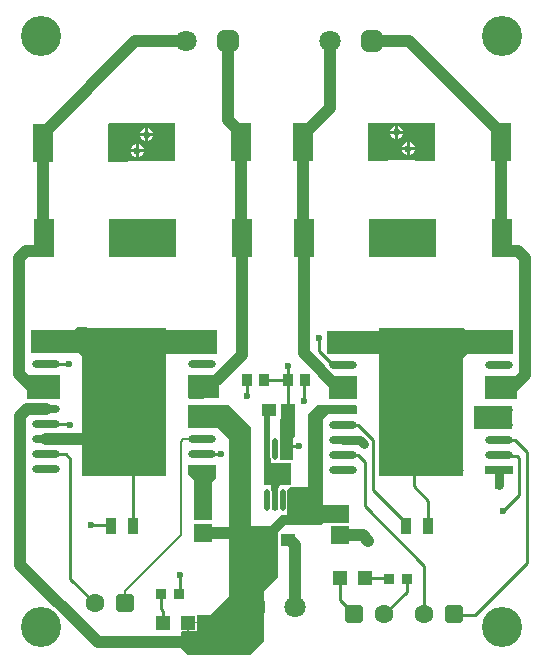
<source format=gtl>
G04*
G04 #@! TF.GenerationSoftware,Altium Limited,Altium Designer,23.10.1 (27)*
G04*
G04 Layer_Physical_Order=1*
G04 Layer_Color=255*
%FSLAX25Y25*%
%MOIN*%
G70*
G04*
G04 #@! TF.SameCoordinates,BE9A1C7D-6EBF-47CB-866B-E429BD166B13*
G04*
G04*
G04 #@! TF.FilePolarity,Positive*
G04*
G01*
G75*
%ADD19R,0.06772X0.12598*%
%ADD20R,0.03381X0.03591*%
%ADD21R,0.04724X0.04724*%
G04:AMPARAMS|DCode=22|XSize=92.7mil|YSize=25.17mil|CornerRadius=12.58mil|HoleSize=0mil|Usage=FLASHONLY|Rotation=180.000|XOffset=0mil|YOffset=0mil|HoleType=Round|Shape=RoundedRectangle|*
%AMROUNDEDRECTD22*
21,1,0.09270,0.00000,0,0,180.0*
21,1,0.06753,0.02517,0,0,180.0*
1,1,0.02517,-0.03376,0.00000*
1,1,0.02517,0.03376,0.00000*
1,1,0.02517,0.03376,0.00000*
1,1,0.02517,-0.03376,0.00000*
%
%ADD22ROUNDEDRECTD22*%
G04:AMPARAMS|DCode=23|XSize=92.7mil|YSize=25.17mil|CornerRadius=12.59mil|HoleSize=0mil|Usage=FLASHONLY|Rotation=180.000|XOffset=0mil|YOffset=0mil|HoleType=Round|Shape=RoundedRectangle|*
%AMROUNDEDRECTD23*
21,1,0.09270,0.00000,0,0,180.0*
21,1,0.06753,0.02517,0,0,180.0*
1,1,0.02517,-0.03376,0.00000*
1,1,0.02517,0.03376,0.00000*
1,1,0.02517,0.03376,0.00000*
1,1,0.02517,-0.03376,0.00000*
%
%ADD23ROUNDEDRECTD23*%
%ADD24R,0.09270X0.02517*%
%ADD25R,0.03740X0.05512*%
%ADD26R,0.06127X0.05924*%
%ADD27R,0.03543X0.04134*%
%ADD28R,0.04953X0.03985*%
%ADD29R,0.04758X0.03985*%
G04:AMPARAMS|DCode=30|XSize=73.09mil|YSize=19.61mil|CornerRadius=9.8mil|HoleSize=0mil|Usage=FLASHONLY|Rotation=270.000|XOffset=0mil|YOffset=0mil|HoleType=Round|Shape=RoundedRectangle|*
%AMROUNDEDRECTD30*
21,1,0.07309,0.00000,0,0,270.0*
21,1,0.05348,0.01961,0,0,270.0*
1,1,0.01961,0.00000,-0.02674*
1,1,0.01961,0.00000,0.02674*
1,1,0.01961,0.00000,0.02674*
1,1,0.01961,0.00000,-0.02674*
%
%ADD30ROUNDEDRECTD30*%
%ADD31R,0.01961X0.07309*%
%ADD32R,0.28347X0.49606*%
%ADD34R,0.08465X0.07268*%
%ADD44C,0.01000*%
%ADD45C,0.04000*%
%ADD46C,0.00700*%
%ADD47C,0.03000*%
G04:AMPARAMS|DCode=48|XSize=62.99mil|YSize=62.99mil|CornerRadius=15.75mil|HoleSize=0mil|Usage=FLASHONLY|Rotation=180.000|XOffset=0mil|YOffset=0mil|HoleType=Round|Shape=RoundedRectangle|*
%AMROUNDEDRECTD48*
21,1,0.06299,0.03150,0,0,180.0*
21,1,0.03150,0.06299,0,0,180.0*
1,1,0.03150,-0.01575,0.01575*
1,1,0.03150,0.01575,0.01575*
1,1,0.03150,0.01575,-0.01575*
1,1,0.03150,-0.01575,-0.01575*
%
%ADD48ROUNDEDRECTD48*%
%ADD49C,0.06299*%
G04:AMPARAMS|DCode=50|XSize=70.87mil|YSize=70.87mil|CornerRadius=17.72mil|HoleSize=0mil|Usage=FLASHONLY|Rotation=0.000|XOffset=0mil|YOffset=0mil|HoleType=Round|Shape=RoundedRectangle|*
%AMROUNDEDRECTD50*
21,1,0.07087,0.03543,0,0,0.0*
21,1,0.03543,0.07087,0,0,0.0*
1,1,0.03543,0.01772,-0.01772*
1,1,0.03543,-0.01772,-0.01772*
1,1,0.03543,-0.01772,0.01772*
1,1,0.03543,0.01772,0.01772*
%
%ADD50ROUNDEDRECTD50*%
%ADD51C,0.07087*%
%ADD52C,0.13386*%
%ADD53C,0.02400*%
%ADD54C,0.02500*%
%ADD55C,0.02362*%
%ADD56C,0.02402*%
G36*
X143200Y179341D02*
Y167300D01*
X120700D01*
Y179700D01*
X142700Y179798D01*
X143200Y179341D01*
D02*
G37*
G36*
X56400Y167300D02*
X56200Y167100D01*
X34455D01*
X34103Y167455D01*
X34200Y179500D01*
X34300Y179600D01*
X56400D01*
Y167300D01*
D02*
G37*
G36*
X56700Y135200D02*
X34500D01*
Y147700D01*
X34600Y147800D01*
X56700D01*
Y135200D01*
D02*
G37*
G36*
X143400Y135100D02*
X121200D01*
Y147600D01*
X121300Y147700D01*
X143400D01*
Y135100D01*
D02*
G37*
G36*
X125500Y102800D02*
X107200D01*
Y110400D01*
X125500D01*
Y102800D01*
D02*
G37*
G36*
X70400D02*
X52700D01*
Y110800D01*
X70400D01*
Y102800D01*
D02*
G37*
G36*
X27100Y101800D02*
X25500D01*
X24300Y103000D01*
X8300D01*
Y110600D01*
X22900D01*
X23900Y111600D01*
X27100D01*
Y101800D01*
D02*
G37*
G36*
X153400Y110600D02*
X169000D01*
Y102600D01*
X153800D01*
X152300Y101100D01*
X150800Y102600D01*
Y111400D01*
X152600D01*
X153400Y110600D01*
D02*
G37*
G36*
X71000Y88020D02*
X61056Y87904D01*
X60700Y88256D01*
Y95700D01*
X71000D01*
Y88020D01*
D02*
G37*
G36*
X170500Y87900D02*
X159700D01*
Y95300D01*
X170500D01*
Y87900D01*
D02*
G37*
G36*
X18100D02*
X7100D01*
Y95600D01*
Y95700D01*
X18100D01*
Y87900D01*
D02*
G37*
G36*
X117100Y87841D02*
X117000Y87800D01*
X107600D01*
Y95400D01*
X117100D01*
Y87841D01*
D02*
G37*
G36*
X96500Y75500D02*
X95800Y74800D01*
Y73020D01*
X95319D01*
X94929Y72942D01*
X94598Y72721D01*
X94377Y72390D01*
X94317Y72088D01*
X94118Y71889D01*
X93897Y71558D01*
X93819Y71168D01*
X93897Y70778D01*
X94118Y70447D01*
X94448Y70226D01*
X94839Y70148D01*
X95229Y70226D01*
X95300Y70274D01*
X95800Y70006D01*
Y67500D01*
X91300D01*
Y80800D01*
X91800Y81300D01*
Y86200D01*
X93165D01*
Y84650D01*
X92679Y84164D01*
X92458Y83833D01*
X92380Y83443D01*
X92458Y83053D01*
X92679Y82722D01*
X93010Y82501D01*
X93400Y82424D01*
X93790Y82501D01*
X94121Y82722D01*
X94273Y82874D01*
X94507Y82718D01*
X94839Y82652D01*
X95170Y82718D01*
X95451Y82906D01*
X95639Y83187D01*
X95705Y83518D01*
X95639Y83850D01*
X95451Y84131D01*
X95205Y84378D01*
Y86200D01*
X96500D01*
Y75500D01*
D02*
G37*
G36*
X168900Y77904D02*
X156356Y77726D01*
X156000Y78077D01*
Y85300D01*
X168900D01*
Y77904D01*
D02*
G37*
G36*
X70000Y61200D02*
X68900Y60100D01*
Y51052D01*
X68400Y51003D01*
X68357Y51222D01*
X67804Y52049D01*
X67402Y52450D01*
X66575Y53003D01*
X65600Y53197D01*
X64625Y53003D01*
X63798Y52450D01*
X63400Y51855D01*
X62900Y52007D01*
Y60500D01*
X60700Y62700D01*
Y65600D01*
X70000D01*
Y61200D01*
D02*
G37*
G36*
X88145Y70222D02*
X88280Y66000D01*
X91000D01*
X91100Y66100D01*
X91600Y65600D01*
Y59400D01*
X90700Y57600D01*
Y50600D01*
X88807D01*
X88671Y54377D01*
Y56906D01*
X88559Y57468D01*
X88500Y59100D01*
X86200D01*
Y82700D01*
X88145D01*
Y70222D01*
D02*
G37*
G36*
X81600Y78500D02*
Y45400D01*
X88000D01*
X91600Y49000D01*
X93800D01*
Y57500D01*
X94800Y58500D01*
X100800D01*
Y82600D01*
X103800Y85600D01*
X116550Y85600D01*
X117050Y85245D01*
Y82700D01*
X107400D01*
X105700Y81000D01*
Y52300D01*
X114400D01*
Y46400D01*
X105700D01*
Y46300D01*
X105300Y45900D01*
X93313Y45900D01*
X90600Y43404D01*
X90600Y38900D01*
Y28300D01*
X86200Y23900D01*
Y7100D01*
X81500Y2400D01*
X60700D01*
X58500Y4600D01*
X58451Y9983D01*
X58803Y10338D01*
X60484D01*
Y13200D01*
X60734D01*
Y13450D01*
X63596D01*
Y15600D01*
X68200D01*
X74500Y21900D01*
Y74200D01*
X70700Y78000D01*
X61053D01*
X60702Y78356D01*
X60800Y85600D01*
X74500D01*
X81600Y78500D01*
D02*
G37*
%LPC*%
G36*
X130800Y178754D02*
Y177100D01*
X132454D01*
X132149Y177836D01*
X131535Y178449D01*
X130800Y178754D01*
D02*
G37*
G36*
X129800D02*
X129065Y178449D01*
X128451Y177836D01*
X128146Y177100D01*
X129800D01*
Y178754D01*
D02*
G37*
G36*
X132454Y176100D02*
X130800D01*
Y174446D01*
X131535Y174751D01*
X132149Y175364D01*
X132454Y176100D01*
D02*
G37*
G36*
X129800D02*
X128146D01*
X128451Y175364D01*
X129065Y174751D01*
X129800Y174446D01*
Y176100D01*
D02*
G37*
G36*
X134700Y173254D02*
Y171600D01*
X136354D01*
X136049Y172336D01*
X135435Y172949D01*
X134700Y173254D01*
D02*
G37*
G36*
X133700D02*
X132965Y172949D01*
X132351Y172336D01*
X132046Y171600D01*
X133700D01*
Y173254D01*
D02*
G37*
G36*
X136354Y170600D02*
X134700D01*
Y168946D01*
X135435Y169251D01*
X136049Y169864D01*
X136354Y170600D01*
D02*
G37*
G36*
X133700D02*
X132046D01*
X132351Y169864D01*
X132965Y169251D01*
X133700Y168946D01*
Y170600D01*
D02*
G37*
G36*
X47500Y178054D02*
Y176400D01*
X49154D01*
X48849Y177136D01*
X48235Y177749D01*
X47500Y178054D01*
D02*
G37*
G36*
X46500D02*
X45764Y177749D01*
X45151Y177136D01*
X44846Y176400D01*
X46500D01*
Y178054D01*
D02*
G37*
G36*
X49154Y175400D02*
X47500D01*
Y173746D01*
X48235Y174051D01*
X48849Y174664D01*
X49154Y175400D01*
D02*
G37*
G36*
X46500D02*
X44846D01*
X45151Y174664D01*
X45764Y174051D01*
X46500Y173746D01*
Y175400D01*
D02*
G37*
G36*
X44265Y172605D02*
Y170951D01*
X45918D01*
X45614Y171686D01*
X45000Y172300D01*
X44265Y172605D01*
D02*
G37*
G36*
X43264D02*
X42529Y172300D01*
X41916Y171686D01*
X41611Y170951D01*
X43264D01*
Y172605D01*
D02*
G37*
G36*
X45918Y169951D02*
X44265D01*
Y168297D01*
X45000Y168602D01*
X45614Y169216D01*
X45918Y169951D01*
D02*
G37*
G36*
X43264D02*
X41611D01*
X41916Y169216D01*
X42529Y168602D01*
X43264Y168297D01*
Y169951D01*
D02*
G37*
G36*
X63596Y12950D02*
X60984D01*
Y10338D01*
X63596D01*
Y12950D01*
D02*
G37*
%LPD*%
D19*
X98949Y173500D02*
D03*
X124186D02*
D03*
X12682Y141400D02*
D03*
X37918D02*
D03*
X139882Y173500D02*
D03*
X165118D02*
D03*
X53214Y173400D02*
D03*
X78450D02*
D03*
X12282Y173200D02*
D03*
X37518D02*
D03*
X165318Y141400D02*
D03*
X140082D02*
D03*
X99382Y141300D02*
D03*
X124618D02*
D03*
X78618Y141500D02*
D03*
X53382D02*
D03*
D20*
X133700Y27900D02*
D03*
X127584D02*
D03*
X57910Y22600D02*
D03*
X51794D02*
D03*
D21*
X111566Y28100D02*
D03*
X119834D02*
D03*
X60734Y13200D02*
D03*
X52466D02*
D03*
D22*
X112315Y64100D02*
D03*
Y69100D02*
D03*
Y74100D02*
D03*
Y79100D02*
D03*
Y89100D02*
D03*
Y94100D02*
D03*
Y99100D02*
D03*
Y104100D02*
D03*
Y109100D02*
D03*
X164285D02*
D03*
Y104100D02*
D03*
Y99100D02*
D03*
Y94100D02*
D03*
Y89100D02*
D03*
Y84100D02*
D03*
Y79100D02*
D03*
Y74100D02*
D03*
Y69100D02*
D03*
X65385Y69300D02*
D03*
Y74300D02*
D03*
Y79300D02*
D03*
Y84300D02*
D03*
Y89300D02*
D03*
Y94300D02*
D03*
Y99300D02*
D03*
Y104300D02*
D03*
Y109300D02*
D03*
X13415D02*
D03*
Y104300D02*
D03*
Y99300D02*
D03*
Y94300D02*
D03*
Y89300D02*
D03*
Y84300D02*
D03*
Y79300D02*
D03*
Y74300D02*
D03*
Y69300D02*
D03*
Y64300D02*
D03*
D23*
X112315Y84100D02*
D03*
D24*
X164285Y64100D02*
D03*
X65385Y64300D02*
D03*
D25*
X133458Y45400D02*
D03*
X140742D02*
D03*
X35158D02*
D03*
X42442D02*
D03*
D26*
X65900Y50246D02*
D03*
Y43154D02*
D03*
X111400Y42254D02*
D03*
Y49346D02*
D03*
D27*
X86056Y94200D02*
D03*
X80544D02*
D03*
X99656D02*
D03*
X94144D02*
D03*
D28*
X94200Y40800D02*
D03*
X88082D02*
D03*
D29*
X94157Y84200D02*
D03*
X87843D02*
D03*
D30*
X94839Y54232D02*
D03*
X92279D02*
D03*
X89720D02*
D03*
X87161D02*
D03*
Y71168D02*
D03*
X89720D02*
D03*
X92279D02*
D03*
D31*
X94839D02*
D03*
D32*
X138300Y86600D02*
D03*
X39400Y86800D02*
D03*
D34*
X91000Y62700D02*
D03*
D44*
X20000Y69300D02*
X21550Y67750D01*
X13415Y69300D02*
X20000D01*
X21550Y27750D02*
Y67750D01*
Y27750D02*
X29600Y19700D01*
X138300Y81700D02*
X138600Y82000D01*
X138300Y82300D02*
X138600Y82000D01*
X138300Y77773D02*
X151973Y64100D01*
X140700Y45300D02*
X140800Y45400D01*
Y53800D01*
X138400Y68400D02*
Y74800D01*
X136000Y66000D02*
X138400Y68400D01*
X139500Y16000D02*
Y32217D01*
X119600Y52117D02*
X139500Y32217D01*
X119600Y52117D02*
Y66900D01*
X122500Y57244D02*
Y74100D01*
Y57244D02*
X133458Y46286D01*
X111566Y20634D02*
X116200Y16000D01*
X111566Y20634D02*
Y28100D01*
X127384D02*
X127584Y27900D01*
X119834Y28100D02*
X127384D01*
X126200Y16000D02*
X133700Y23500D01*
Y27900D01*
X51700Y17800D02*
X52466Y17034D01*
Y13200D02*
Y17034D01*
X51700Y22262D02*
X52038Y22600D01*
X51700Y17800D02*
Y22262D01*
X112343Y79072D02*
X117528D01*
X122500Y74100D01*
X117478Y69022D02*
X119600Y66900D01*
X112393Y69022D02*
X117478D01*
X138300Y82300D02*
Y86600D01*
Y77773D02*
Y81700D01*
X149500Y15900D02*
X156500D01*
X94185Y84228D02*
Y94200D01*
X173800Y33200D02*
Y70000D01*
X156500Y15900D02*
X173800Y33200D01*
X99500Y87000D02*
Y94044D01*
X99656Y94200D01*
X80500Y94156D02*
X80544Y94200D01*
X80500Y88800D02*
Y94156D01*
X171100Y55700D02*
Y68224D01*
X165800Y50400D02*
X171100Y55700D01*
X164575Y68810D02*
X170514D01*
X171100Y68224D01*
X13415Y69300D02*
X13465Y69250D01*
X104261Y103778D02*
X108938Y99100D01*
X104261Y107961D02*
X104300Y108000D01*
X104261Y103778D02*
Y107961D01*
X58200Y22647D02*
Y29200D01*
X58153Y22600D02*
X58200Y22647D01*
X169700Y74100D02*
X173800Y70000D01*
X28500Y45900D02*
X34658D01*
X13415Y79300D02*
X21100D01*
X21400Y79000D01*
X39900Y65800D02*
X42446Y63254D01*
Y45800D02*
Y63254D01*
X108938Y99100D02*
X112315D01*
X94100Y94244D02*
X94144Y94200D01*
X94100Y94244D02*
Y98600D01*
X65385Y69300D02*
X71800D01*
X13415Y99300D02*
X21100D01*
X94839Y71168D02*
X95319Y71648D01*
Y72000D02*
X97900D01*
X95319Y71648D02*
Y72000D01*
X164200Y58900D02*
X164285Y58985D01*
X94144Y94200D02*
X94185D01*
X86056D02*
X94144D01*
X138300Y74900D02*
Y77773D01*
X94157Y84200D02*
X94185Y84228D01*
X93400Y83443D02*
X94157Y84200D01*
X65385Y89300D02*
X68762D01*
X138300Y74900D02*
X138400Y74800D01*
X136000Y58600D02*
Y66000D01*
Y58600D02*
X140800Y53800D01*
X164285Y69100D02*
X164575Y68810D01*
X164285Y74100D02*
X169700D01*
X160909Y94100D02*
X164285D01*
X160909Y89100D02*
X164285D01*
D45*
X78100Y43100D02*
X82720Y38480D01*
X65954Y43100D02*
X78100D01*
X65900Y43154D02*
X65954Y43100D01*
X30600Y6800D02*
X71020D01*
X65600Y50648D02*
X66001Y50246D01*
X4900Y32500D02*
X30600Y6800D01*
X4900Y32500D02*
Y82200D01*
X7000Y84300D01*
X13415D01*
X111272Y49218D02*
X111400Y49346D01*
X119046Y42254D02*
X120800Y40500D01*
X111400Y42254D02*
X119046D01*
X96500Y18500D02*
Y38969D01*
X94669Y40800D02*
X96500Y38969D01*
X94200Y40800D02*
X94669D01*
X4400Y96200D02*
Y134825D01*
X6676Y137101D01*
X11296D01*
X108220Y184820D02*
Y207000D01*
X100335Y177799D02*
X101199D01*
X108220Y184820D01*
X70310Y94111D02*
X78618Y102418D01*
Y141500D01*
X99382Y102918D02*
Y141300D01*
Y102918D02*
X111441Y90859D01*
X98949Y173500D02*
Y176413D01*
X100335Y177799D01*
X74000Y180764D02*
X78450Y176313D01*
X74000Y180764D02*
Y207000D01*
X160909Y82609D02*
Y82617D01*
X168300Y91200D02*
X173000Y95900D01*
X8700Y91900D02*
X13000D01*
X98949Y173500D02*
X99166Y173284D01*
Y141516D02*
Y173284D01*
Y141516D02*
X99382Y141300D01*
X78450Y173400D02*
Y176313D01*
Y173400D02*
X78534Y173316D01*
Y141584D02*
Y173316D01*
Y141584D02*
X78618Y141500D01*
X165318Y138487D02*
Y141400D01*
X173000Y95900D02*
Y134758D01*
X165318Y138487D02*
X166704Y137101D01*
X170657D01*
X173000Y134758D01*
X165218Y141500D02*
X165318Y141400D01*
X165218Y141500D02*
Y173400D01*
X165118Y173500D02*
X165218Y173400D01*
X12682Y138487D02*
Y141400D01*
X11296Y137101D02*
X12682Y138487D01*
X12482Y141600D02*
X12682Y141400D01*
X4400Y96200D02*
X8700Y91900D01*
X12482Y141600D02*
Y173000D01*
X12282Y173200D02*
X12482Y173000D01*
X43168Y207000D02*
X60220D01*
X12282Y176113D02*
X43168Y207000D01*
X12282Y173200D02*
Y176113D01*
X13415Y74300D02*
X26900D01*
X122000Y207000D02*
X134531D01*
X165118Y173500D02*
Y176413D01*
X134531Y207000D02*
X165118Y176413D01*
D46*
X39700Y19700D02*
Y23800D01*
X58341Y42441D02*
Y73500D01*
X39700Y23800D02*
X58341Y42441D01*
Y73500D02*
X59141Y74300D01*
X65385D01*
X34658Y45900D02*
X35158Y45400D01*
X112315Y79100D02*
X112343Y79072D01*
X133458Y45400D02*
Y46286D01*
X87100Y71229D02*
X87161Y71168D01*
X112315Y69100D02*
X112393Y69022D01*
X94157Y84200D02*
X94839Y83518D01*
X26900Y74300D02*
X39400Y86800D01*
X87161Y83518D02*
X87843Y84200D01*
D47*
X118090Y74100D02*
X119289Y72901D01*
X112315Y74100D02*
X118090D01*
X164285Y58985D02*
Y64100D01*
D48*
X149500Y16000D02*
D03*
X39600Y19700D02*
D03*
X116200Y16000D02*
D03*
D49*
X139500Y16000D02*
D03*
X29600Y19700D02*
D03*
X126200Y16000D02*
D03*
D50*
X82720Y18500D02*
D03*
X122000Y207000D02*
D03*
X74000D02*
D03*
D51*
X96500Y18500D02*
D03*
X108220Y207000D02*
D03*
X60220D02*
D03*
D52*
X11811Y208661D02*
D03*
X165354Y11811D02*
D03*
X11811D02*
D03*
X165354Y208661D02*
D03*
D53*
X147800Y106100D02*
D03*
X65600Y58000D02*
D03*
X7000Y84300D02*
D03*
X132400Y137700D02*
D03*
X132500Y144900D02*
D03*
X45800Y145000D02*
D03*
X45700Y137800D02*
D03*
X128400Y66200D02*
D03*
X128500Y73800D02*
D03*
X138244Y66144D02*
D03*
X138300Y73800D02*
D03*
Y82101D02*
D03*
X49400Y97800D02*
D03*
X30400D02*
D03*
X39900D02*
D03*
X92900Y61600D02*
D03*
X89400Y64300D02*
D03*
X30400Y65800D02*
D03*
X147800Y66100D02*
D03*
Y90100D02*
D03*
Y82100D02*
D03*
X138300Y90100D02*
D03*
Y98100D02*
D03*
Y106100D02*
D03*
X147800Y98100D02*
D03*
Y74100D02*
D03*
X128800Y90100D02*
D03*
Y98100D02*
D03*
Y106100D02*
D03*
X49400Y81800D02*
D03*
X39900D02*
D03*
Y89800D02*
D03*
Y73800D02*
D03*
X49400Y105800D02*
D03*
Y65800D02*
D03*
Y73800D02*
D03*
Y89800D02*
D03*
X39900Y65800D02*
D03*
X30400Y73800D02*
D03*
Y81800D02*
D03*
Y89800D02*
D03*
Y105800D02*
D03*
X39900D02*
D03*
D54*
X158500Y81600D02*
D03*
D55*
X134200Y171100D02*
D03*
X47000Y175900D02*
D03*
X119289Y72901D02*
D03*
X120800Y40500D02*
D03*
X99500Y87000D02*
D03*
X80500Y88800D02*
D03*
X58200Y29200D02*
D03*
X28500Y45900D02*
D03*
X21400Y79000D02*
D03*
X104300Y108000D02*
D03*
X94100Y98600D02*
D03*
X165800Y50400D02*
D03*
X71800Y69300D02*
D03*
X21100Y99300D02*
D03*
X97900Y72000D02*
D03*
X43764Y170451D02*
D03*
X130300Y176600D02*
D03*
X164200Y58900D02*
D03*
D56*
X128800Y82100D02*
D03*
M02*

</source>
